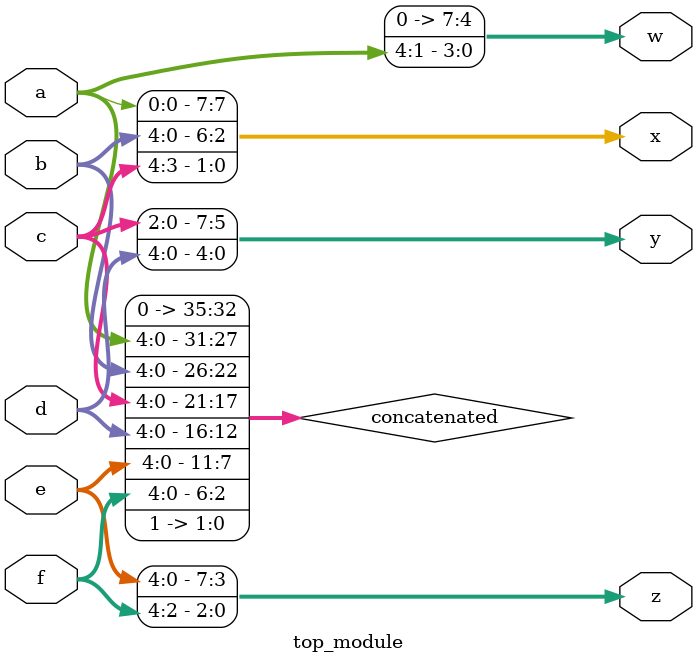
<source format=sv>
module top_module (
    input [4:0] a,
    input [4:0] b,
    input [4:0] c,
    input [4:0] d,
    input [4:0] e,
    input [4:0] f,
    output [7:0] w,
    output [7:0] x,
    output [7:0] y,
    output [7:0] z
);

    wire [35:0] concatenated;  // Concatenated 36-bit bus to hold all inputs plus the 2'b11

    assign concatenated = {a, b, c, d, e, f, 2'b11};

    assign w = concatenated[35:28];
    assign x = concatenated[27:20];
    assign y = concatenated[19:12];
    assign z = concatenated[11:4];

endmodule

</source>
